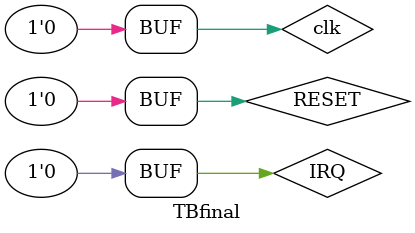
<source format=v>
`timescale 1ns / 1ps


module TBfinal;

	// Inputs
	reg clk;
	reg RESET;
	reg IRQ;

	// Outputs
	wire [31:0] IAdr;
	wire [31:0] WD;
	wire MOE;

	// Instantiate the Unit Under Test (UUT)
	Beta_MEM uut (
		.clk(clk), 
		.RESET(RESET), 
		.IRQ(IRQ), 
		.IAdr(IAdr), 
		.WD(WD), 
		.MOE(MOE)
	);

	initial begin
		// Initialize Inputs
		clk = 0;
		RESET = 0;
		IRQ = 0;
		#10;
		RESET=1;
		repeat(2)
		#10 clk=~clk;
		RESET=0;
		repeat(100)
		#10 clk=~clk;
		
		
        
		// Add stimulus here

	end
      
endmodule


</source>
